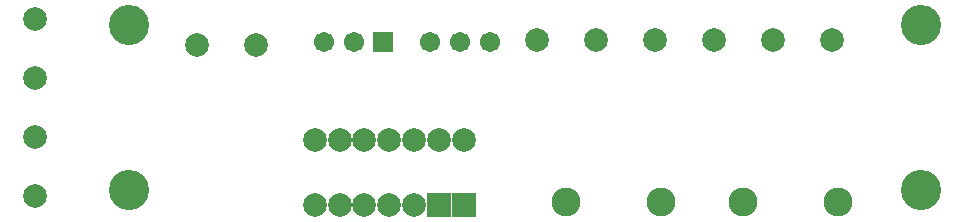
<source format=gbr>
G04 EAGLE Gerber RS-274X export*
G75*
%MOMM*%
%FSLAX34Y34*%
%LPD*%
%INSoldermask Bottom*%
%IPPOS*%
%AMOC8*
5,1,8,0,0,1.08239X$1,22.5*%
G01*
%ADD10C,3.403200*%
%ADD11R,2.003200X2.003200*%
%ADD12C,2.003200*%
%ADD13C,2.453200*%
%ADD14R,1.711200X1.711200*%
%ADD15C,1.711200*%


D10*
X115000Y-70000D03*
X115000Y70000D03*
X785000Y70000D03*
X785000Y-70000D03*
D11*
X398000Y-82500D03*
D12*
X356000Y-82500D03*
X314000Y-82500D03*
X272000Y-82500D03*
X398000Y-27500D03*
X356000Y-27500D03*
X314000Y-27500D03*
X272000Y-27500D03*
D13*
X485000Y-80000D03*
X565000Y-80000D03*
X635000Y-80000D03*
X715000Y-80000D03*
D14*
X330000Y55000D03*
D15*
X305000Y55000D03*
X280000Y55000D03*
D12*
X660000Y57500D03*
X710000Y57500D03*
X560000Y57500D03*
X610000Y57500D03*
X460000Y57500D03*
X510000Y57500D03*
X172500Y52500D03*
X222500Y52500D03*
X35000Y75000D03*
X35000Y25000D03*
X35000Y-25000D03*
X35000Y-75000D03*
D11*
X377000Y-82500D03*
D12*
X335000Y-82500D03*
X293000Y-82500D03*
X377000Y-27500D03*
X335000Y-27500D03*
X293000Y-27500D03*
D15*
X369600Y55000D03*
X395000Y55000D03*
X420400Y55000D03*
M02*

</source>
